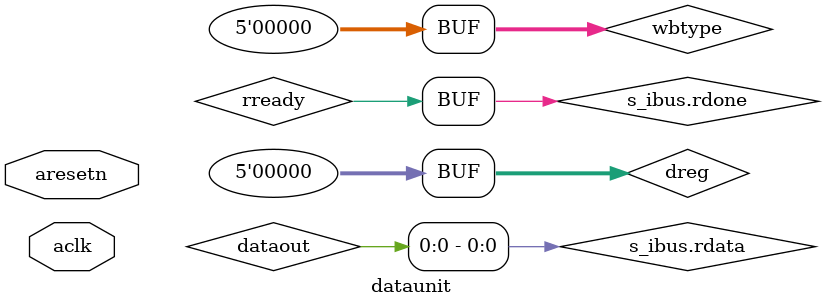
<source format=sv>
`timescale 1ns / 1ps

`include "shared.vh"

module dataunit(
	input wire aclk,
	input wire aresetn,
	// From control unit
	ibusif.slave s_ibus,
	// To memory
	axi4if.master databus,
	// To memory mapped devices
	axi4if.master devicebus );

logic datare = 1'b0;
logic [3:0] datawe = 4'h0;
wire [31:0] dataout;
logic [31:0] addrs = 32'd0;
logic [31:0] datain = 32'd0;
logic [4:0] dreg = 5'd0;
logic [4:0] wbtype = 5'd0;
logic [1:0] dcacheop = 2'b00;

wire rready, wready;

datacache datacacheinst(
	.aclk(aclk),
	.aresetn(aresetn),
	.dcacheop(dcacheop),
	.addr(addrs),
	.din(datain),
	.dout(dataout),
	.wstrb(datawe),
	.ren(datare),
	.rready(rready),
	.wready(wready),
	.a4buscached(databus),
	.a4busuncached(devicebus) );

typedef enum logic [1:0] {WCMD, WREAD, WCACHEOP, WWRITE} dataunitmode;
dataunitmode datamode = WCMD;

always_comb begin
	s_ibus.rdone = rready;
	s_ibus.rdata = dataout;
	s_ibus.wdone = wready;
	s_ibus.cdone = wready;
end

always @(posedge aclk) begin
	if (~aresetn) begin
		datare <= 1'b0;
		datawe <= 1'b0;
		dcacheop <= 2'b00;
		datamode <= WCMD;
	end else begin
		datare <= 1'b0;
		datawe <= 1'b0;
		dcacheop <= 2'b00;
		unique case(datamode)
			WCMD: begin
				addrs <= s_ibus.rstrobe ? s_ibus.raddr : s_ibus.waddr;
				datain <= s_ibus.wdata;
				datare <= s_ibus.rstrobe;
				datawe <= s_ibus.wstrobe;
				dcacheop <= s_ibus.cstrobe ? s_ibus.dcacheop : 2'b00;
				datamode <= s_ibus.cstrobe ? WCACHEOP : (s_ibus.rstrobe ? WREAD : (s_ibus.wstrobe ? WWRITE : WCMD));
			end
			WREAD: begin
				datamode <= rready ? WCMD : WREAD;
			end
			WWRITE: begin
				datamode <= wready ? WCMD : WWRITE;
			end
			WCACHEOP: begin
				datamode <= wready ? WCMD : WCACHEOP;
			end
		endcase
	end
end

endmodule

</source>
